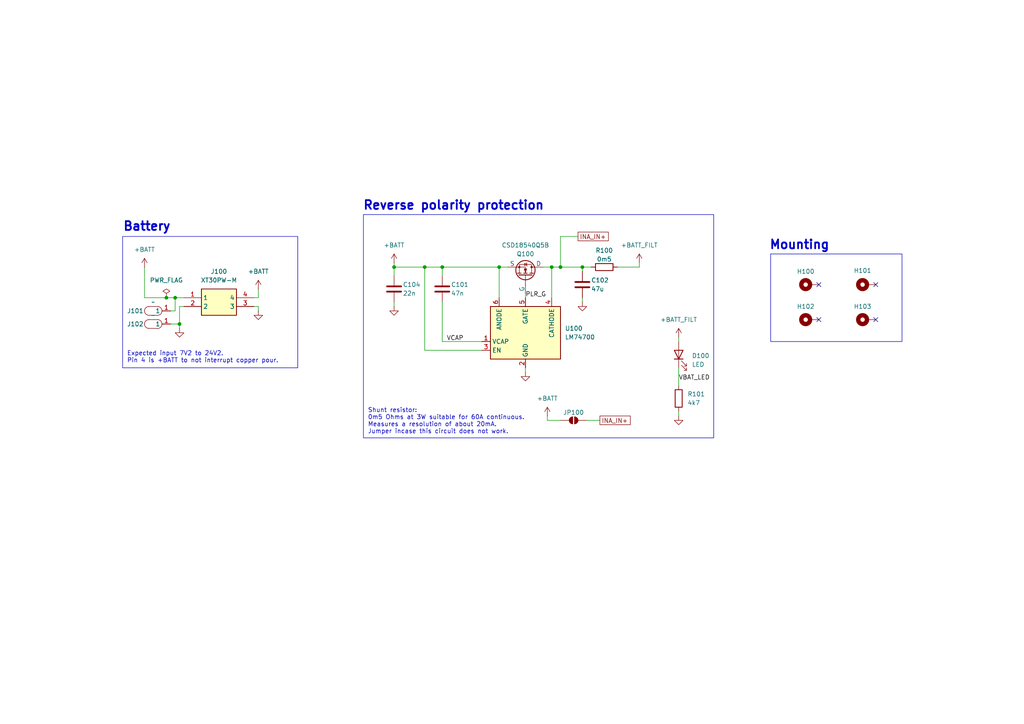
<source format=kicad_sch>
(kicad_sch (version 20250114) (generator "eeschema") (generator_version "9.0")
  (paper "A4")
  (title_block (title "Power Delivery") (date "07-05-2025") (rev "0.0.1"))
  (lib_symbols
    (symbol "Device:C" (pin_numbers (hide yes)) (pin_names (offset 0.254))
      (property "Reference" "C" (at 0.635 2.54 0))
      (property "Value" "C" (at 0.635 -2.54 0))
      (symbol "C_0_1"
        (polyline (pts (xy -2.032 0.762) (xy 2.032 0.762)) (stroke (width 0.508)))
        (polyline (pts (xy -2.032 -0.762) (xy 2.032 -0.762)) (stroke (width 0.508)))
      )
      (symbol "C_1_1"
        (pin passive line (at 0 3.81 270) (length 2.794) (name "~") (number "1"))
        (pin passive line (at 0 -3.81 90) (length 2.794) (name "~") (number "2"))
      )
    )
    (symbol "Device:LED" (pin_numbers (hide yes)) (pin_names (offset 1.016) (hide yes))
      (property "Reference" "D" (at 0 2.54 0))
      (property "Value" "LED" (at 0 -2.54 0))
      (symbol "LED_0_1"
        (polyline (pts (xy -3.048 -0.762) (xy -4.572 -2.286) (xy -3.81 -2.286) (xy -4.572 -2.286) (xy -4.572 -1.524)))
        (polyline (pts (xy -1.778 -0.762) (xy -3.302 -2.286) (xy -2.54 -2.286) (xy -3.302 -2.286) (xy -3.302 -1.524)))
        (polyline (pts (xy -1.27 0) (xy 1.27 0)))
        (polyline (pts (xy -1.27 -1.27) (xy -1.27 1.27)) (stroke (width 0.254)))
        (polyline (pts (xy 1.27 -1.27) (xy 1.27 1.27) (xy -1.27 0) (xy 1.27 -1.27)) (stroke (width 0.254)))
      )
      (symbol "LED_1_1"
        (pin passive line (at -3.81 0 0) (length 2.54) (name "K") (number "1"))
        (pin passive line (at 3.81 0 180) (length 2.54) (name "A") (number "2"))
      )
    )
    (symbol "Device:R" (pin_numbers (hide yes)) (pin_names (offset 0))
      (property "Reference" "R" (at 2.032 0 90))
      (property "Value" "R" (at 0 0 90))
      (symbol "R_0_1"
        (rectangle (start -1.016 -2.54) (end 1.016 2.54) (stroke (width 0.254)))
      )
      (symbol "R_1_1"
        (pin passive line (at 0 3.81 270) (length 1.27) (name "~") (number "1"))
        (pin passive line (at 0 -3.81 90) (length 1.27) (name "~") (number "2"))
      )
    )
    (symbol "Jumper:SolderJumper_2_Open" (pin_numbers (hide yes)) (pin_names (offset 0) (hide yes)) (in_bom no)
      (property "Reference" "JP" (at 0 2.032 0))
      (property "Value" "SolderJumper_2_Open" (at 0 -2.54 0))
      (symbol "SolderJumper_2_Open_0_1"
        (polyline (pts (xy -0.254 1.016) (xy -0.254 -1.016)))
        (arc (start -0.254 -1.016) (mid -1.2656 0) (end -0.254 1.016))
        (arc (start -0.254 -1.016) (mid -1.2656 0) (end -0.254 1.016) (fill (type outline)))
        (arc (start 0.254 1.016) (mid 1.2656 0) (end 0.254 -1.016))
        (arc (start 0.254 1.016) (mid 1.2656 0) (end 0.254 -1.016) (fill (type outline)))
        (polyline (pts (xy 0.254 1.016) (xy 0.254 -1.016)))
      )
      (symbol "SolderJumper_2_Open_1_1"
        (pin passive line (at -3.81 0 0) (length 2.54) (name "A") (number "1"))
        (pin passive line (at 3.81 0 180) (length 2.54) (name "B") (number "2"))
      )
    )
    (symbol "Mechanical:MountingHole_Pad" (pin_numbers (hide yes)) (pin_names (offset 1.016) (hide yes)) (in_bom no)
      (property "Reference" "H" (at 0 6.35 0))
      (property "Value" "MountingHole_Pad" (at 0 4.445 0))
      (symbol "MountingHole_Pad_0_1"
        (circle (center 0 1.27) (radius 1.27) (stroke (width 1.27)))
      )
      (symbol "MountingHole_Pad_1_1"
        (pin input line (at 0 -2.54 90) (length 2.54) (name "1") (number "1"))
      )
    )
    (symbol "Power_Management:LM74700"
      (property "Reference" "U" (at -9.525 -8.89 0))
      (property "Value" "LM74700" (at 7.62 -8.89 0))
      (symbol "LM74700_0_1"
        (rectangle (start -10.16 7.62) (end 10.16 -7.62) (stroke (width 0.254)) (fill (type background)))
      )
      (symbol "LM74700_1_1"
        (pin passive line (at -12.7 -2.54 0) (length 2.54) (name "VCAP") (number "1"))
        (pin input line (at -12.7 -5.08 0) (length 2.54) (name "EN") (number "3"))
        (pin power_in line (at -7.62 10.16 270) (length 2.54) (name "ANODE") (number "6"))
        (pin output line (at 0 10.16 270) (length 2.54) (name "GATE") (number "5"))
        (pin power_in line (at 0 -10.16 90) (length 2.54) (name "GND") (number "2"))
        (pin input line (at 7.62 10.16 270) (length 2.54) (name "CATHODE") (number "4"))
      )
    )
    (symbol "SOLDER_PAD:Power_Solder_Pad"
      (property "Reference" "J" (at 0 2.794 0))
      (symbol "Power_Solder_Pad_0_1"
        (polyline (pts (xy -1.27 1.27) (xy 1.27 1.27)))
        (polyline (pts (xy -1.27 -1.27) (xy 1.27 -1.27)))
        (arc (start -1.27 -1.27) (mid -2.168 -0.898) (end -2.54 0))
        (arc (start -2.54 0) (mid -2.168 0.898) (end -1.27 1.27))
        (arc (start 1.27 1.27) (mid 2.168 0.898) (end 2.54 0))
        (arc (start 2.54 0) (mid 2.168 -0.898) (end 1.27 -1.27))
      )
      (symbol "Power_Solder_Pad_1_1"
        (pin input line (at 5.08 0 180) (length 2.54) (name "1") (number "1"))
      )
    )
    (symbol "Simulation_SPICE:NMOS" (pin_numbers (hide yes)) (pin_names (offset 0))
      (property "Reference" "Q" (at 5.08 1.27 0))
      (property "Value" "NMOS" (at 5.08 -1.27 0))
      (symbol "NMOS_0_1"
        (polyline (pts (xy 0.254 1.905) (xy 0.254 -1.905)) (stroke (width 0.254)))
        (polyline (pts (xy 0.254 0) (xy -2.54 0)))
        (polyline (pts (xy 0.762 2.286) (xy 0.762 1.27)) (stroke (width 0.254)))
        (polyline (pts (xy 0.762 0.508) (xy 0.762 -0.508)) (stroke (width 0.254)))
        (polyline (pts (xy 0.762 -1.27) (xy 0.762 -2.286)) (stroke (width 0.254)))
        (polyline (pts (xy 0.762 -1.778) (xy 3.302 -1.778) (xy 3.302 1.778) (xy 0.762 1.778)))
        (polyline (pts (xy 1.016 0) (xy 2.032 0.381) (xy 2.032 -0.381) (xy 1.016 0)) (fill (type outline)))
        (circle (center 1.651 0) (radius 2.794) (stroke (width 0.254)))
        (polyline (pts (xy 2.54 2.54) (xy 2.54 1.778)))
        (circle (center 2.54 1.778) (radius 0.254) (fill (type outline)))
        (circle (center 2.54 -1.778) (radius 0.254) (fill (type outline)))
        (polyline (pts (xy 2.54 -2.54) (xy 2.54 0) (xy 0.762 0)))
        (polyline (pts (xy 2.794 0.508) (xy 2.921 0.381) (xy 3.683 0.381) (xy 3.81 0.254)))
        (polyline (pts (xy 3.302 0.381) (xy 2.921 -0.254) (xy 3.683 -0.254) (xy 3.302 0.381)))
      )
      (symbol "NMOS_1_1"
        (pin input line (at -5.08 0 0) (length 2.54) (name "G") (number "1"))
        (pin passive line (at 2.54 5.08 270) (length 2.54) (name "D") (number "2"))
        (pin passive line (at 2.54 -5.08 90) (length 2.54) (name "S") (number "3"))
      )
    )
    (symbol "XT30PW-M:XT30PW-M"
      (property "Reference" "J" (at 16.51 7.62 0))
      (property "Value" "XT30PW-M" (at 16.51 5.08 0))
      (symbol "XT30PW-M_1_1"
        (rectangle (start 5.08 2.54) (end 15.24 -5.08) (stroke (width 0.254)) (fill (type background)))
        (pin passive line (at 0 0 0) (length 5.08) (name "1") (number "1"))
        (pin passive line (at 0 -2.54 0) (length 5.08) (name "2") (number "2"))
        (pin passive line (at 20.32 0 180) (length 5.08) (name "4") (number "4"))
        (pin passive line (at 20.32 -2.54 180) (length 5.08) (name "3") (number "3"))
      )
    )
    (symbol "power:+BATT" (power) (pin_numbers (hide yes)) (pin_names (offset 0) (hide yes))
      (property "Value" "+BATT" (at 0 3.556 0))
      (symbol "+BATT_0_1"
        (polyline (pts (xy -0.762 1.27) (xy 0 2.54)))
        (polyline (pts (xy 0 2.54) (xy 0.762 1.27)))
        (polyline (pts (xy 0 0) (xy 0 2.54)))
      )
      (symbol "+BATT_1_1"
        (pin power_in line (at 0 0 90) (length 0) (name "~") (number "1"))
      )
    )
    (symbol "power:GND" (power) (pin_numbers (hide yes)) (pin_names (offset 0) (hide yes))
      (property "Value" "GND" (at 0 -3.81 0))
      (symbol "GND_0_1"
        (polyline (pts (xy 0 0) (xy 0 -1.27) (xy 1.27 -1.27) (xy 0 -2.54) (xy -1.27 -1.27) (xy 0 -1.27)))
      )
      (symbol "GND_1_1"
        (pin power_in line (at 0 0 270) (length 0) (name "~") (number "1"))
      )
    )
    (symbol "power:PWR_FLAG" (power) (pin_numbers (hide yes)) (pin_names (offset 0) (hide yes))
      (property "Value" "PWR_FLAG" (at 0 3.81 0))
      (symbol "PWR_FLAG_0_0"
        (pin power_out line (at 0 0 90) (length 0) (name "~") (number "1"))
      )
      (symbol "PWR_FLAG_0_1"
        (polyline (pts (xy 0 0) (xy 0 1.27) (xy -1.016 1.905) (xy 0 2.54) (xy 1.016 1.905) (xy 0 1.27)))
      )
    )
  )
  (rectangle (start 105.41 62.23) (end 207.01 127))
  (rectangle (start 223.52 73.66) (end 261.62 99.06))
  (rectangle (start 35.56 68.58) (end 86.36 106.68))
  (text "Mounting" (at 231.902 71.12 0) (effects (font (size 2.54 2.54) (thickness 0.508) (bold yes))))
  (text "Battery" (at 35.56 65.786 0) (effects (font (size 2.54 2.54) (thickness 0.508) (bold yes)) (justify left)))
  (text "Reverse polarity protection" (at 131.572 59.69 0) (effects (font (size 2.54 2.54) (thickness 0.508) (bold yes))))
  (text "Expected input 7V2 to 24V2.\nPin 4 is +BATT to not interrupt copper pour." (at 36.83 105.41 0) (effects (font (size 1.27 1.27) (thickness 0.1588)) (justify left bottom)))
  (text "Shunt resistor:\n0m5 Ohms at 3W suitable for 60A continuous.\nMeasures a resolution of about 20mA.\nJumper incase this circuit does not work." (at 106.68 125.984 0) (effects (font (size 1.27 1.27)) (justify left bottom)))
  (junction (at 114.3 77.47))
  (junction (at 50.8 86.36))
  (junction (at 144.78 77.47))
  (junction (at 128.27 77.47))
  (junction (at 162.56 77.47))
  (junction (at 168.91 77.47))
  (junction (at 160.02 77.47))
  (junction (at 48.26 86.36))
  (junction (at 52.07 93.98))
  (junction (at 123.19 77.47))
  (no_connect (at 237.49 82.55))
  (no_connect (at 237.49 92.71))
  (no_connect (at 254 82.55))
  (no_connect (at 254 92.71))
  (wire (pts (xy 128.27 77.47) (xy 128.27 80.01)))
  (wire (pts (xy 114.3 76.2) (xy 114.3 77.47)))
  (wire (pts (xy 49.53 93.98) (xy 52.07 93.98)))
  (wire (pts (xy 114.3 80.01) (xy 114.3 77.47)))
  (wire (pts (xy 73.66 88.9) (xy 74.93 88.9)))
  (wire (pts (xy 74.93 88.9) (xy 74.93 90.17)))
  (wire (pts (xy 168.91 86.36) (xy 168.91 87.63)))
  (wire (pts (xy 173.99 121.92) (xy 170.18 121.92)))
  (wire (pts (xy 123.19 101.6) (xy 139.7 101.6)))
  (wire (pts (xy 123.19 77.47) (xy 123.19 101.6)))
  (wire (pts (xy 152.4 85.09) (xy 152.4 86.36)))
  (wire (pts (xy 50.8 86.36) (xy 50.8 90.17)))
  (wire (pts (xy 167.64 68.58) (xy 162.56 68.58)))
  (wire (pts (xy 53.34 88.9) (xy 52.07 88.9)))
  (wire (pts (xy 152.4 107.95) (xy 152.4 106.68)))
  (wire (pts (xy 144.78 77.47) (xy 147.32 77.47)))
  (wire (pts (xy 196.85 106.68) (xy 196.85 111.76)))
  (wire (pts (xy 162.56 77.47) (xy 160.02 77.47)))
  (wire (pts (xy 49.53 90.17) (xy 50.8 90.17)))
  (wire (pts (xy 128.27 99.06) (xy 128.27 87.63)))
  (wire (pts (xy 160.02 77.47) (xy 160.02 86.36)))
  (wire (pts (xy 158.75 120.65) (xy 158.75 121.92)))
  (wire (pts (xy 114.3 77.47) (xy 123.19 77.47)))
  (wire (pts (xy 50.8 86.36) (xy 53.34 86.36)))
  (wire (pts (xy 196.85 97.79) (xy 196.85 99.06)))
  (wire (pts (xy 114.3 87.63) (xy 114.3 88.9)))
  (wire (pts (xy 168.91 78.74) (xy 168.91 77.47)))
  (wire (pts (xy 128.27 77.47) (xy 144.78 77.47)))
  (wire (pts (xy 162.56 77.47) (xy 168.91 77.47)))
  (wire (pts (xy 52.07 88.9) (xy 52.07 93.98)))
  (wire (pts (xy 168.91 77.47) (xy 171.45 77.47)))
  (wire (pts (xy 128.27 99.06) (xy 139.7 99.06)))
  (wire (pts (xy 158.75 121.92) (xy 162.56 121.92)))
  (wire (pts (xy 48.26 86.36) (xy 50.8 86.36)))
  (wire (pts (xy 157.48 77.47) (xy 160.02 77.47)))
  (wire (pts (xy 73.66 86.36) (xy 74.93 86.36)))
  (wire (pts (xy 41.91 77.47) (xy 41.91 86.36)))
  (wire (pts (xy 74.93 86.36) (xy 74.93 83.82)))
  (wire (pts (xy 179.07 77.47) (xy 185.42 77.47)))
  (wire (pts (xy 48.26 86.36) (xy 41.91 86.36)))
  (wire (pts (xy 185.42 76.2) (xy 185.42 77.47)))
  (wire (pts (xy 144.78 86.36) (xy 144.78 77.47)))
  (wire (pts (xy 52.07 93.98) (xy 52.07 95.25)))
  (wire (pts (xy 196.85 119.38) (xy 196.85 120.65)))
  (wire (pts (xy 162.56 68.58) (xy 162.56 77.47)))
  (wire (pts (xy 123.19 77.47) (xy 128.27 77.47)))
  (label "VCAP" (at 129.54 99.06 0))
  (label "PLR_G" (at 152.4 86.36 0))
  (label "VBAT_LED" (at 196.85 110.49 0))
  (global_label "INA_IN+" (shape passive) (at 173.99 121.92 0) (property "Intersheetrefs" "${INTERSHEET_REFS}" (effects (hide yes))))
  (global_label "INA_IN+" (shape passive) (at 167.64 68.58 0) (property "Intersheetrefs" "${INTERSHEET_REFS}" (effects (hide yes))))
  (symbol (lib_id "power:+BATT") (at 74.93 83.82 0) (unit 1)
    (property "Reference" "#PWR059" (effects (hide yes)))
    (property "Value" "+BATT" (at 74.93 78.74 0))
    (property "Description" "Power symbol creates a global label with name \"+BATT\"" (effects (hide yes)))
  )
  (symbol (lib_id "power:GND") (at 168.91 87.63 0) (unit 1)
    (property "Reference" "#PWR049" (effects (hide yes)))
    (property "Value" "GND" (effects (hide yes)))
    (property "Description" "Power symbol creates a global label with name \"GND\" , ground" (effects (hide yes)))
  )
  (symbol (lib_id "power:+BATT") (at 185.42 76.2 0) (unit 1)
    (property "Reference" "#PWR052" (effects (hide yes)))
    (property "Value" "+BATT_FILT" (at 185.42 71.12 0))
    (property "Description" "Power symbol creates a global label with name \"+BATT\"" (effects (hide yes)))
  )
  (symbol (lib_id "Device:C") (at 128.27 83.82 0) (unit 1)
    (property "Reference" "C101" (at 130.81 82.55 0) (effects (justify left)))
    (property "Value" "47n" (at 130.81 85.09 0) (effects (justify left)))
    (property "Footprint" "Capacitor_SMD:C_0402_1005Metric" (effects (hide yes)))
    (property "Description" "Unpolarized capacitor" (effects (hide yes)))
  )
  (symbol (lib_id "power:GND") (at 114.3 88.9 0) (unit 1)
    (property "Reference" "#PWR050" (effects (hide yes)))
    (property "Value" "GND" (effects (hide yes)))
    (property "Description" "Power symbol creates a global label with name \"GND\" , ground" (effects (hide yes)))
  )
  (symbol (lib_id "XT30PW-M:XT30PW-M") (at 53.34 86.36 0) (unit 1)
    (property "Reference" "J100" (at 63.5 78.74 0))
    (property "Value" "XT30PW-M" (at 63.5 81.28 0))
    (property "Footprint" "XT30PWM:XT30PWM" (effects (hide yes)))
    (property "Datasheet" "https://www.tme.eu/sl/Document/ce4077e36b79046da520ca73227e15de/XT30PW%20SPEC.pdf" (effects (hide yes)))
    (property "Description" "30A Low Temperature Rise Fire Retardant Plug" (effects (hide yes)))
    (property "Height" "5" (effects (hide yes)))
    (property "Manufacturer_Name" "Amass" (effects (hide yes)))
    (property "Manufacturer_Part_Number" "XT30PW-M" (effects (hide yes)))
  )
  (symbol (lib_id "Device:LED") (at 196.85 102.87 90) (unit 1)
    (property "Reference" "D100" (at 200.66 103.1874 90) (effects (justify right)))
    (property "Value" "LED" (at 200.66 105.7274 90) (effects (justify right)))
    (property "Footprint" "LED_SMD:LED_0603_1608Metric" (effects (hide yes)))
    (property "Description" "Light emitting diode" (effects (hide yes)))
    (property "Sim.Pins" "1=K 2=A" (effects (hide yes)))
  )
  (symbol (lib_id "power:GND") (at 152.4 107.95 0) (unit 1)
    (property "Reference" "#PWR051" (effects (hide yes)))
    (property "Value" "GND" (effects (hide yes)))
    (property "Description" "Power symbol creates a global label with name \"GND\" , ground" (effects (hide yes)))
  )
  (symbol (lib_id "power:+BATT") (at 158.75 120.65 0) (unit 1)
    (property "Reference" "#PWR077" (effects (hide yes)))
    (property "Value" "+BATT" (at 158.75 115.57 0))
    (property "Description" "Power symbol creates a global label with name \"+BATT\"" (effects (hide yes)))
  )
  (symbol (lib_id "power:GND") (at 74.93 90.17 0) (unit 1)
    (property "Reference" "#PWR055" (effects (hide yes)))
    (property "Value" "GND" (effects (hide yes)))
    (property "Description" "Power symbol creates a global label with name \"GND\" , ground" (effects (hide yes)))
  )
  (symbol (lib_id "Mechanical:MountingHole_Pad") (at 234.95 82.55 90) (unit 1) (in_bom no)
    (property "Reference" "H100" (at 233.68 78.74 90))
    (property "Value" "MountingHole_Pad" (effects (hide yes)))
    (property "Footprint" "MountingHole:MountingHole_3.2mm_M3_Pad_Via" (effects (hide yes)))
    (property "Description" "Mounting Hole with connection" (effects (hide yes)))
  )
  (symbol (lib_id "power:+BATT") (at 196.85 97.79 0) (unit 1)
    (property "Reference" "#PWR015" (effects (hide yes)))
    (property "Value" "+BATT_FILT" (at 196.85 92.71 0))
    (property "Description" "Power symbol creates a global label with name \"+BATT\"" (effects (hide yes)))
  )
  (symbol (lib_id "Device:R") (at 175.26 77.47 270) (unit 1)
    (property "Reference" "R100" (at 175.26 72.644 90))
    (property "Value" "0m5" (at 175.26 75.184 90))
    (property "Footprint" "Resistor_SMD:R_2512_6332Metric" (effects (hide yes)))
    (property "Datasheet" "https://jlcpcb.com/api/file/downloadByFileSystemAccessId/8588935712268308480" (effects (hide yes)))
    (property "Description" "LR2512D-3W-0.5mR-1%" (effects (hide yes)))
  )
  (symbol (lib_id "Mechanical:MountingHole_Pad") (at 234.95 92.71 90) (unit 1) (in_bom no)
    (property "Reference" "H102" (at 233.68 88.9 90))
    (property "Value" "MountingHole_Pad" (effects (hide yes)))
    (property "Footprint" "MountingHole:MountingHole_3.2mm_M3_Pad_Via" (effects (hide yes)))
    (property "Description" "Mounting Hole with connection" (effects (hide yes)))
  )
  (symbol (lib_id "power:+BATT") (at 114.3 76.2 0) (unit 1)
    (property "Reference" "#PWR056" (effects (hide yes)))
    (property "Value" "+BATT" (at 114.3 71.12 0))
    (property "Description" "Power symbol creates a global label with name \"+BATT\"" (effects (hide yes)))
  )
  (symbol (lib_id "Power_Management:LM74700") (at 152.4 96.52 0) (unit 1)
    (property "Reference" "U100" (at 163.83 95.2499 0) (effects (justify left)))
    (property "Value" "LM74700" (at 163.83 97.7899 0) (effects (justify left)))
    (property "Footprint" "Package_TO_SOT_SMD:SOT-23-6" (effects (hide yes)))
    (property "Datasheet" "http://www.ti.com/lit/gpn/LM74700-Q1" (effects (hide yes)))
    (property "Description" "Low Iq reverse battery protection ideal diode controller, SOT-23-6" (effects (hide yes)))
  )
  (symbol (lib_id "power:GND") (at 52.07 95.25 0) (unit 1)
    (property "Reference" "#PWR054" (effects (hide yes)))
    (property "Value" "GND" (effects (hide yes)))
    (property "Description" "Power symbol creates a global label with name \"GND\" , ground" (effects (hide yes)))
  )
  (symbol (lib_id "Mechanical:MountingHole_Pad") (at 251.46 82.55 90) (unit 1) (in_bom no)
    (property "Reference" "H101" (at 250.19 78.486 90))
    (property "Value" "MountingHole_Pad" (effects (hide yes)))
    (property "Footprint" "MountingHole:MountingHole_3.2mm_M3_Pad_Via" (effects (hide yes)))
    (property "Description" "Mounting Hole with connection" (effects (hide yes)))
  )
  (symbol (lib_id "Device:R") (at 196.85 115.57 180) (unit 1)
    (property "Reference" "R101" (at 199.39 114.2999 0) (effects (justify right)))
    (property "Value" "4k7" (at 199.39 116.8399 0) (effects (justify right)))
    (property "Footprint" "Resistor_SMD:R_0402_1005Metric" (effects (hide yes)))
    (property "Description" "Resistor" (effects (hide yes)))
  )
  (symbol (lib_id "power:PWR_FLAG") (at 48.26 86.36 0) (unit 1)
    (property "Reference" "#FLG05" (effects (hide yes)))
    (property "Value" "PWR_FLAG" (at 48.26 81.28 0))
    (property "Description" "Special symbol for telling ERC where power comes from" (effects (hide yes)))
  )
  (symbol (lib_id "SOLDER_PAD:Power_Solder_Pad") (at 44.45 93.98 0) (unit 1)
    (property "Reference" "J102" (at 41.656 93.98 0) (effects (justify right)))
    (property "Value" "~" (at 44.45 91.44 0))
    (property "Footprint" "SOLDER_PAD:BAT_SOLDER_PAD" (effects (hide yes)))
  )
  (symbol (lib_id "Device:C") (at 168.91 82.55 0) (unit 1)
    (property "Reference" "C102" (at 171.45 81.28 0) (effects (justify left)))
    (property "Value" "47u" (at 171.45 83.82 0) (effects (justify left)))
    (property "Footprint" "Capacitor_SMD:C_1210_3225Metric" (effects (hide yes)))
    (property "Description" "Unpolarized capacitor" (effects (hide yes)))
  )
  (symbol (lib_id "Jumper:SolderJumper_2_Open") (at 166.37 121.92 0) (unit 1) (in_bom no)
    (property "Reference" "JP100" (at 166.37 119.634 0))
    (property "Value" "SolderJumper_2_Open" (effects (hide yes)))
    (property "Footprint" "Jumper:SolderJumper-2_P1.3mm_Open_RoundedPad1.0x1.5mm" (effects (hide yes)))
    (property "Description" "Solder Jumper, 2-pole, open" (effects (hide yes)))
  )
  (symbol (lib_id "Mechanical:MountingHole_Pad") (at 251.46 92.71 90) (unit 1) (in_bom no)
    (property "Reference" "H103" (at 250.19 88.9 90))
    (property "Value" "MountingHole_Pad" (effects (hide yes)))
    (property "Footprint" "MountingHole:MountingHole_3.2mm_M3_Pad_Via" (effects (hide yes)))
    (property "Description" "Mounting Hole with connection" (effects (hide yes)))
  )
  (symbol (lib_id "power:GND") (at 196.85 120.65 0) (unit 1)
    (property "Reference" "#PWR016" (effects (hide yes)))
    (property "Value" "GND" (effects (hide yes)))
    (property "Description" "Power symbol creates a global label with name \"GND\" , ground" (effects (hide yes)))
  )
  (symbol (lib_id "Device:C") (at 114.3 83.82 0) (unit 1)
    (property "Reference" "C104" (at 116.84 82.55 0) (effects (justify left)))
    (property "Value" "22n" (at 116.84 85.09 0) (effects (justify left)))
    (property "Footprint" "Capacitor_SMD:C_0402_1005Metric" (effects (hide yes)))
    (property "Description" "Unpolarized capacitor" (effects (hide yes)))
  )
  (symbol (lib_id "SOLDER_PAD:Power_Solder_Pad") (at 44.45 90.17 0) (unit 1)
    (property "Reference" "J101" (at 41.656 90.17 0) (effects (justify right)))
    (property "Value" "~" (at 44.45 87.63 0))
    (property "Footprint" "SOLDER_PAD:BAT_SOLDER_PAD" (effects (hide yes)))
  )
  (symbol (lib_id "Simulation_SPICE:NMOS") (at 152.4 80.01 270) (mirror x) (unit 1)
    (property "Reference" "Q100" (at 152.4 73.66 90))
    (property "Value" "CSD18540Q5B" (at 152.4 71.12 90))
    (property "Footprint" "CSD18540Q5B:CSD18540Q5B" (effects (hide yes)))
    (property "Datasheet" "https://ngspice.sourceforge.io/docs/ngspice-html-manual/manual.xhtml#cha_MOSFETs" (effects (hide yes)))
    (property "Description" "N-MOSFET transistor, drain/source/gate" (effects (hide yes)))
    (property "Sim.Device" "NMOS" (effects (hide yes)))
    (property "Sim.Type" "VDMOS" (effects (hide yes)))
    (property "Sim.Pins" "1=D 2=G 3=S" (effects (hide yes)))
  )
  (symbol (lib_id "power:+BATT") (at 41.91 77.47 0) (unit 1)
    (property "Reference" "#PWR053" (effects (hide yes)))
    (property "Value" "+BATT" (at 41.91 72.39 0))
    (property "Description" "Power symbol creates a global label with name \"+BATT\"" (effects (hide yes)))
  )
)
</source>
